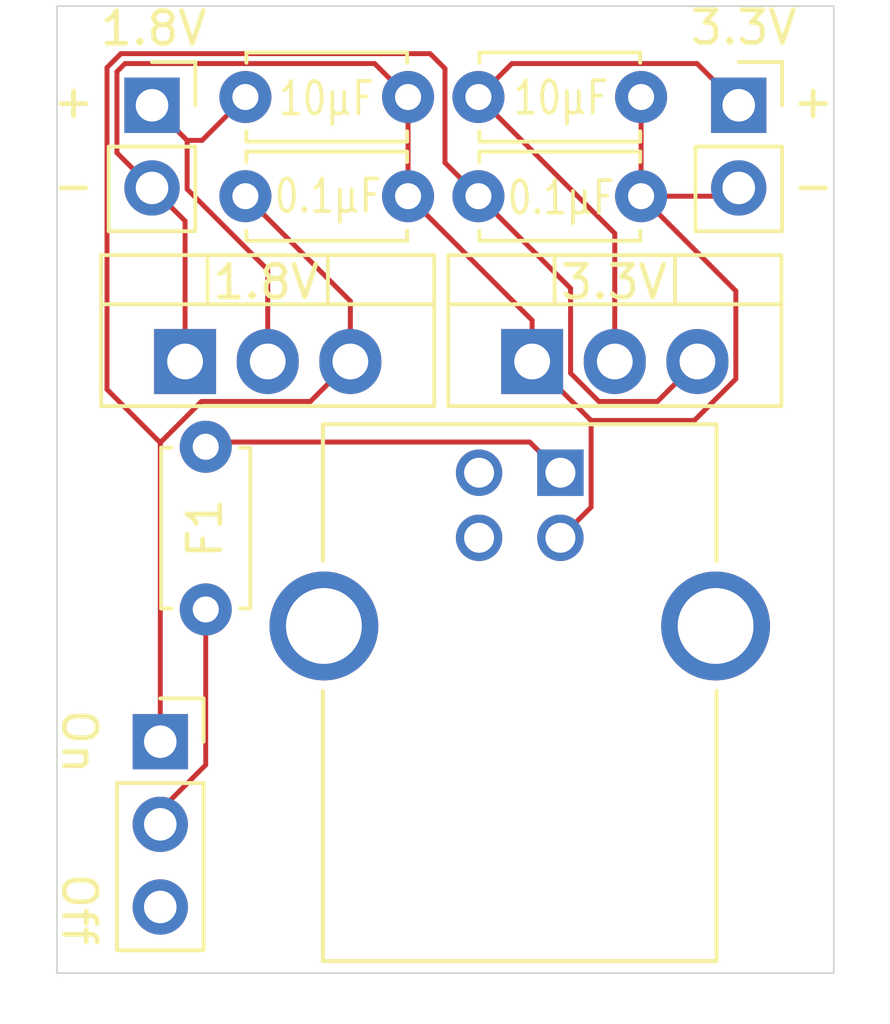
<source format=kicad_pcb>
(kicad_pcb (version 20171130) (host pcbnew 5.1.6-c6e7f7d~87~ubuntu18.04.1)

  (general
    (thickness 1.6)
    (drawings 18)
    (tracks 55)
    (zones 0)
    (modules 11)
    (nets 10)
  )

  (page A4)
  (layers
    (0 F.Cu signal)
    (31 B.Cu signal)
    (32 B.Adhes user)
    (33 F.Adhes user)
    (34 B.Paste user)
    (35 F.Paste user)
    (36 B.SilkS user)
    (37 F.SilkS user)
    (38 B.Mask user)
    (39 F.Mask user)
    (40 Dwgs.User user)
    (41 Cmts.User user)
    (42 Eco1.User user)
    (43 Eco2.User user)
    (44 Edge.Cuts user)
    (45 Margin user)
    (46 B.CrtYd user)
    (47 F.CrtYd user)
    (48 B.Fab user)
    (49 F.Fab user)
  )

  (setup
    (last_trace_width 0.1524)
    (trace_clearance 0.1524)
    (zone_clearance 0.508)
    (zone_45_only no)
    (trace_min 0.1524)
    (via_size 0.6858)
    (via_drill 0.3302)
    (via_min_size 0.6858)
    (via_min_drill 0.3302)
    (uvia_size 0.6858)
    (uvia_drill 0.3302)
    (uvias_allowed no)
    (uvia_min_size 0.6858)
    (uvia_min_drill 0.3302)
    (edge_width 0.05)
    (segment_width 0.2)
    (pcb_text_width 0.3)
    (pcb_text_size 1.5 1.5)
    (mod_edge_width 0.12)
    (mod_text_size 1 1)
    (mod_text_width 0.15)
    (pad_size 1.524 1.524)
    (pad_drill 0.762)
    (pad_to_mask_clearance 0.0508)
    (solder_mask_min_width 0.1016)
    (aux_axis_origin 0 0)
    (visible_elements FFFFFF7F)
    (pcbplotparams
      (layerselection 0x010fc_ffffffff)
      (usegerberextensions false)
      (usegerberattributes true)
      (usegerberadvancedattributes true)
      (creategerberjobfile true)
      (excludeedgelayer true)
      (linewidth 0.100000)
      (plotframeref false)
      (viasonmask false)
      (mode 1)
      (useauxorigin false)
      (hpglpennumber 1)
      (hpglpenspeed 20)
      (hpglpendiameter 15.000000)
      (psnegative false)
      (psa4output false)
      (plotreference true)
      (plotvalue true)
      (plotinvisibletext false)
      (padsonsilk false)
      (subtractmaskfromsilk false)
      (outputformat 1)
      (mirror false)
      (drillshape 1)
      (scaleselection 1)
      (outputdirectory ""))
  )

  (net 0 "")
  (net 1 GND)
  (net 2 "Net-(C1-Pad1)")
  (net 3 "Net-(C3-Pad1)")
  (net 4 "Net-(C4-Pad1)")
  (net 5 "Net-(F1-Pad2)")
  (net 6 "Net-(F1-Pad1)")
  (net 7 "Net-(J1-Pad3)")
  (net 8 "Net-(J1-Pad2)")
  (net 9 "Net-(SW1-Pad3)")

  (net_class Default "This is the default net class."
    (clearance 0.1524)
    (trace_width 0.1524)
    (via_dia 0.6858)
    (via_drill 0.3302)
    (uvia_dia 0.6858)
    (uvia_drill 0.3302)
    (add_net GND)
    (add_net "Net-(C1-Pad1)")
    (add_net "Net-(C3-Pad1)")
    (add_net "Net-(C4-Pad1)")
    (add_net "Net-(F1-Pad1)")
    (add_net "Net-(F1-Pad2)")
    (add_net "Net-(J1-Pad2)")
    (add_net "Net-(J1-Pad3)")
    (add_net "Net-(SW1-Pad3)")
  )

  (module Package_TO_SOT_THT:TO-220-3_Vertical (layer F.Cu) (tedit 5AC8BA0D) (tstamp 6062CE05)
    (at 168.529 133.858)
    (descr "TO-220-3, Vertical, RM 2.54mm, see https://www.vishay.com/docs/66542/to-220-1.pdf")
    (tags "TO-220-3 Vertical RM 2.54mm")
    (path /6065D220)
    (fp_text reference U2 (at 2.54 -2.4638) (layer F.SilkS) hide
      (effects (font (size 1 1) (thickness 0.15)))
    )
    (fp_text value LM1117-3.3 (at 2.54 2.5) (layer F.Fab)
      (effects (font (size 1 1) (thickness 0.15)))
    )
    (fp_text user %R (at 2.54 -4.27) (layer F.Fab)
      (effects (font (size 1 1) (thickness 0.15)))
    )
    (fp_line (start -2.46 -3.15) (end -2.46 1.25) (layer F.Fab) (width 0.1))
    (fp_line (start -2.46 1.25) (end 7.54 1.25) (layer F.Fab) (width 0.1))
    (fp_line (start 7.54 1.25) (end 7.54 -3.15) (layer F.Fab) (width 0.1))
    (fp_line (start 7.54 -3.15) (end -2.46 -3.15) (layer F.Fab) (width 0.1))
    (fp_line (start -2.46 -1.88) (end 7.54 -1.88) (layer F.Fab) (width 0.1))
    (fp_line (start 0.69 -3.15) (end 0.69 -1.88) (layer F.Fab) (width 0.1))
    (fp_line (start 4.39 -3.15) (end 4.39 -1.88) (layer F.Fab) (width 0.1))
    (fp_line (start -2.58 -3.27) (end 7.66 -3.27) (layer F.SilkS) (width 0.12))
    (fp_line (start -2.58 1.371) (end 7.66 1.371) (layer F.SilkS) (width 0.12))
    (fp_line (start -2.58 -3.27) (end -2.58 1.371) (layer F.SilkS) (width 0.12))
    (fp_line (start 7.66 -3.27) (end 7.66 1.371) (layer F.SilkS) (width 0.12))
    (fp_line (start -2.58 -1.76) (end 7.66 -1.76) (layer F.SilkS) (width 0.12))
    (fp_line (start 0.69 -3.27) (end 0.69 -1.76) (layer F.SilkS) (width 0.12))
    (fp_line (start 4.391 -3.27) (end 4.391 -1.76) (layer F.SilkS) (width 0.12))
    (fp_line (start -2.71 -3.4) (end -2.71 1.51) (layer F.CrtYd) (width 0.05))
    (fp_line (start -2.71 1.51) (end 7.79 1.51) (layer F.CrtYd) (width 0.05))
    (fp_line (start 7.79 1.51) (end 7.79 -3.4) (layer F.CrtYd) (width 0.05))
    (fp_line (start 7.79 -3.4) (end -2.71 -3.4) (layer F.CrtYd) (width 0.05))
    (pad 3 thru_hole oval (at 5.08 0) (size 1.905 2) (drill 1.1) (layers *.Cu *.Mask)
      (net 2 "Net-(C1-Pad1)"))
    (pad 2 thru_hole oval (at 2.54 0) (size 1.905 2) (drill 1.1) (layers *.Cu *.Mask)
      (net 4 "Net-(C4-Pad1)"))
    (pad 1 thru_hole rect (at 0 0) (size 1.905 2) (drill 1.1) (layers *.Cu *.Mask)
      (net 1 GND))
    (model ${KISYS3DMOD}/Package_TO_SOT_THT.3dshapes/TO-220-3_Vertical.wrl
      (at (xyz 0 0 0))
      (scale (xyz 1 1 1))
      (rotate (xyz 0 0 0))
    )
  )

  (module Package_TO_SOT_THT:TO-220-3_Vertical (layer F.Cu) (tedit 5AC8BA0D) (tstamp 6062CDEB)
    (at 157.861 133.858)
    (descr "TO-220-3, Vertical, RM 2.54mm, see https://www.vishay.com/docs/66542/to-220-1.pdf")
    (tags "TO-220-3 Vertical RM 2.54mm")
    (path /6065FC47)
    (fp_text reference U1 (at 2.5654 -2.4892) (layer F.SilkS) hide
      (effects (font (size 1 1) (thickness 0.15)))
    )
    (fp_text value LM1117-1.8 (at 2.54 2.5) (layer F.Fab)
      (effects (font (size 1 1) (thickness 0.15)))
    )
    (fp_text user %R (at 2.54 -4.27) (layer F.Fab)
      (effects (font (size 1 1) (thickness 0.15)))
    )
    (fp_line (start -2.46 -3.15) (end -2.46 1.25) (layer F.Fab) (width 0.1))
    (fp_line (start -2.46 1.25) (end 7.54 1.25) (layer F.Fab) (width 0.1))
    (fp_line (start 7.54 1.25) (end 7.54 -3.15) (layer F.Fab) (width 0.1))
    (fp_line (start 7.54 -3.15) (end -2.46 -3.15) (layer F.Fab) (width 0.1))
    (fp_line (start -2.46 -1.88) (end 7.54 -1.88) (layer F.Fab) (width 0.1))
    (fp_line (start 0.69 -3.15) (end 0.69 -1.88) (layer F.Fab) (width 0.1))
    (fp_line (start 4.39 -3.15) (end 4.39 -1.88) (layer F.Fab) (width 0.1))
    (fp_line (start -2.58 -3.27) (end 7.66 -3.27) (layer F.SilkS) (width 0.12))
    (fp_line (start -2.58 1.371) (end 7.66 1.371) (layer F.SilkS) (width 0.12))
    (fp_line (start -2.58 -3.27) (end -2.58 1.371) (layer F.SilkS) (width 0.12))
    (fp_line (start 7.66 -3.27) (end 7.66 1.371) (layer F.SilkS) (width 0.12))
    (fp_line (start -2.58 -1.76) (end 7.66 -1.76) (layer F.SilkS) (width 0.12))
    (fp_line (start 0.69 -3.27) (end 0.69 -1.76) (layer F.SilkS) (width 0.12))
    (fp_line (start 4.391 -3.27) (end 4.391 -1.76) (layer F.SilkS) (width 0.12))
    (fp_line (start -2.71 -3.4) (end -2.71 1.51) (layer F.CrtYd) (width 0.05))
    (fp_line (start -2.71 1.51) (end 7.79 1.51) (layer F.CrtYd) (width 0.05))
    (fp_line (start 7.79 1.51) (end 7.79 -3.4) (layer F.CrtYd) (width 0.05))
    (fp_line (start 7.79 -3.4) (end -2.71 -3.4) (layer F.CrtYd) (width 0.05))
    (pad 3 thru_hole oval (at 5.08 0) (size 1.905 2) (drill 1.1) (layers *.Cu *.Mask)
      (net 2 "Net-(C1-Pad1)"))
    (pad 2 thru_hole oval (at 2.54 0) (size 1.905 2) (drill 1.1) (layers *.Cu *.Mask)
      (net 3 "Net-(C3-Pad1)"))
    (pad 1 thru_hole rect (at 0 0) (size 1.905 2) (drill 1.1) (layers *.Cu *.Mask)
      (net 1 GND))
    (model ${KISYS3DMOD}/Package_TO_SOT_THT.3dshapes/TO-220-3_Vertical.wrl
      (at (xyz 0 0 0))
      (scale (xyz 1 1 1))
      (rotate (xyz 0 0 0))
    )
  )

  (module Connector_PinSocket_2.54mm:PinSocket_1x03_P2.54mm_Vertical (layer F.Cu) (tedit 5A19A429) (tstamp 6062DCD3)
    (at 157.099 145.542)
    (descr "Through hole straight socket strip, 1x03, 2.54mm pitch, single row (from Kicad 4.0.7), script generated")
    (tags "Through hole socket strip THT 1x03 2.54mm single row")
    (path /6063E64E)
    (fp_text reference SW1 (at 0 -2.77) (layer F.SilkS) hide
      (effects (font (size 1 1) (thickness 0.15)))
    )
    (fp_text value SW_SPDT (at 0 7.85) (layer F.Fab)
      (effects (font (size 1 1) (thickness 0.15)))
    )
    (fp_text user %R (at 0 2.54 90) (layer F.Fab)
      (effects (font (size 1 1) (thickness 0.15)))
    )
    (fp_line (start -1.27 -1.27) (end 0.635 -1.27) (layer F.Fab) (width 0.1))
    (fp_line (start 0.635 -1.27) (end 1.27 -0.635) (layer F.Fab) (width 0.1))
    (fp_line (start 1.27 -0.635) (end 1.27 6.35) (layer F.Fab) (width 0.1))
    (fp_line (start 1.27 6.35) (end -1.27 6.35) (layer F.Fab) (width 0.1))
    (fp_line (start -1.27 6.35) (end -1.27 -1.27) (layer F.Fab) (width 0.1))
    (fp_line (start -1.33 1.27) (end 1.33 1.27) (layer F.SilkS) (width 0.12))
    (fp_line (start -1.33 1.27) (end -1.33 6.41) (layer F.SilkS) (width 0.12))
    (fp_line (start -1.33 6.41) (end 1.33 6.41) (layer F.SilkS) (width 0.12))
    (fp_line (start 1.33 1.27) (end 1.33 6.41) (layer F.SilkS) (width 0.12))
    (fp_line (start 1.33 -1.33) (end 1.33 0) (layer F.SilkS) (width 0.12))
    (fp_line (start 0 -1.33) (end 1.33 -1.33) (layer F.SilkS) (width 0.12))
    (fp_line (start -1.8 -1.8) (end 1.75 -1.8) (layer F.CrtYd) (width 0.05))
    (fp_line (start 1.75 -1.8) (end 1.75 6.85) (layer F.CrtYd) (width 0.05))
    (fp_line (start 1.75 6.85) (end -1.8 6.85) (layer F.CrtYd) (width 0.05))
    (fp_line (start -1.8 6.85) (end -1.8 -1.8) (layer F.CrtYd) (width 0.05))
    (pad 3 thru_hole oval (at 0 5.08) (size 1.7 1.7) (drill 1) (layers *.Cu *.Mask)
      (net 9 "Net-(SW1-Pad3)"))
    (pad 2 thru_hole oval (at 0 2.54) (size 1.7 1.7) (drill 1) (layers *.Cu *.Mask)
      (net 6 "Net-(F1-Pad1)"))
    (pad 1 thru_hole rect (at 0 0) (size 1.7 1.7) (drill 1) (layers *.Cu *.Mask)
      (net 2 "Net-(C1-Pad1)"))
    (model ${KISYS3DMOD}/Connector_PinSocket_2.54mm.3dshapes/PinSocket_1x03_P2.54mm_Vertical.wrl
      (at (xyz 0 0 0))
      (scale (xyz 1 1 1))
      (rotate (xyz 0 0 0))
    )
  )

  (module Connector_PinSocket_2.54mm:PinSocket_1x02_P2.54mm_Vertical (layer F.Cu) (tedit 5A19A420) (tstamp 6062CDBA)
    (at 174.879 125.984)
    (descr "Through hole straight socket strip, 1x02, 2.54mm pitch, single row (from Kicad 4.0.7), script generated")
    (tags "Through hole socket strip THT 1x02 2.54mm single row")
    (path /6063B538)
    (fp_text reference J3 (at 0 -2.77) (layer F.SilkS) hide
      (effects (font (size 1 1) (thickness 0.15)))
    )
    (fp_text value Conn_01x02 (at 0 5.31) (layer F.Fab)
      (effects (font (size 1 1) (thickness 0.15)))
    )
    (fp_text user %R (at 0 1.27 90) (layer F.Fab)
      (effects (font (size 1 1) (thickness 0.15)))
    )
    (fp_line (start -1.27 -1.27) (end 0.635 -1.27) (layer F.Fab) (width 0.1))
    (fp_line (start 0.635 -1.27) (end 1.27 -0.635) (layer F.Fab) (width 0.1))
    (fp_line (start 1.27 -0.635) (end 1.27 3.81) (layer F.Fab) (width 0.1))
    (fp_line (start 1.27 3.81) (end -1.27 3.81) (layer F.Fab) (width 0.1))
    (fp_line (start -1.27 3.81) (end -1.27 -1.27) (layer F.Fab) (width 0.1))
    (fp_line (start -1.33 1.27) (end 1.33 1.27) (layer F.SilkS) (width 0.12))
    (fp_line (start -1.33 1.27) (end -1.33 3.87) (layer F.SilkS) (width 0.12))
    (fp_line (start -1.33 3.87) (end 1.33 3.87) (layer F.SilkS) (width 0.12))
    (fp_line (start 1.33 1.27) (end 1.33 3.87) (layer F.SilkS) (width 0.12))
    (fp_line (start 1.33 -1.33) (end 1.33 0) (layer F.SilkS) (width 0.12))
    (fp_line (start 0 -1.33) (end 1.33 -1.33) (layer F.SilkS) (width 0.12))
    (fp_line (start -1.8 -1.8) (end 1.75 -1.8) (layer F.CrtYd) (width 0.05))
    (fp_line (start 1.75 -1.8) (end 1.75 4.3) (layer F.CrtYd) (width 0.05))
    (fp_line (start 1.75 4.3) (end -1.8 4.3) (layer F.CrtYd) (width 0.05))
    (fp_line (start -1.8 4.3) (end -1.8 -1.8) (layer F.CrtYd) (width 0.05))
    (pad 2 thru_hole oval (at 0 2.54) (size 1.7 1.7) (drill 1) (layers *.Cu *.Mask)
      (net 1 GND))
    (pad 1 thru_hole rect (at 0 0) (size 1.7 1.7) (drill 1) (layers *.Cu *.Mask)
      (net 4 "Net-(C4-Pad1)"))
    (model ${KISYS3DMOD}/Connector_PinSocket_2.54mm.3dshapes/PinSocket_1x02_P2.54mm_Vertical.wrl
      (at (xyz 0 0 0))
      (scale (xyz 1 1 1))
      (rotate (xyz 0 0 0))
    )
  )

  (module Connector_PinSocket_2.54mm:PinSocket_1x02_P2.54mm_Vertical (layer F.Cu) (tedit 5A19A420) (tstamp 6062D434)
    (at 156.845 125.984)
    (descr "Through hole straight socket strip, 1x02, 2.54mm pitch, single row (from Kicad 4.0.7), script generated")
    (tags "Through hole socket strip THT 1x02 2.54mm single row")
    (path /6066938B)
    (fp_text reference J2 (at 0 -2.77) (layer F.SilkS) hide
      (effects (font (size 1 1) (thickness 0.15)))
    )
    (fp_text value Conn_01x02 (at 0 5.31) (layer F.Fab)
      (effects (font (size 1 1) (thickness 0.15)))
    )
    (fp_text user %R (at 0 1.27 90) (layer F.Fab)
      (effects (font (size 1 1) (thickness 0.15)))
    )
    (fp_line (start -1.27 -1.27) (end 0.635 -1.27) (layer F.Fab) (width 0.1))
    (fp_line (start 0.635 -1.27) (end 1.27 -0.635) (layer F.Fab) (width 0.1))
    (fp_line (start 1.27 -0.635) (end 1.27 3.81) (layer F.Fab) (width 0.1))
    (fp_line (start 1.27 3.81) (end -1.27 3.81) (layer F.Fab) (width 0.1))
    (fp_line (start -1.27 3.81) (end -1.27 -1.27) (layer F.Fab) (width 0.1))
    (fp_line (start -1.33 1.27) (end 1.33 1.27) (layer F.SilkS) (width 0.12))
    (fp_line (start -1.33 1.27) (end -1.33 3.87) (layer F.SilkS) (width 0.12))
    (fp_line (start -1.33 3.87) (end 1.33 3.87) (layer F.SilkS) (width 0.12))
    (fp_line (start 1.33 1.27) (end 1.33 3.87) (layer F.SilkS) (width 0.12))
    (fp_line (start 1.33 -1.33) (end 1.33 0) (layer F.SilkS) (width 0.12))
    (fp_line (start 0 -1.33) (end 1.33 -1.33) (layer F.SilkS) (width 0.12))
    (fp_line (start -1.8 -1.8) (end 1.75 -1.8) (layer F.CrtYd) (width 0.05))
    (fp_line (start 1.75 -1.8) (end 1.75 4.3) (layer F.CrtYd) (width 0.05))
    (fp_line (start 1.75 4.3) (end -1.8 4.3) (layer F.CrtYd) (width 0.05))
    (fp_line (start -1.8 4.3) (end -1.8 -1.8) (layer F.CrtYd) (width 0.05))
    (pad 2 thru_hole oval (at 0 2.54) (size 1.7 1.7) (drill 1) (layers *.Cu *.Mask)
      (net 1 GND))
    (pad 1 thru_hole rect (at 0 0) (size 1.7 1.7) (drill 1) (layers *.Cu *.Mask)
      (net 3 "Net-(C3-Pad1)"))
    (model ${KISYS3DMOD}/Connector_PinSocket_2.54mm.3dshapes/PinSocket_1x02_P2.54mm_Vertical.wrl
      (at (xyz 0 0 0))
      (scale (xyz 1 1 1))
      (rotate (xyz 0 0 0))
    )
  )

  (module USB-B1HSB6:OST_USB-B1HSB6 (layer F.Cu) (tedit 6062675A) (tstamp 6062CD8E)
    (at 168.148 141.986)
    (path /60625DCD)
    (fp_text reference J1 (at -8.638335 7.327875 180) (layer F.SilkS) hide
      (effects (font (size 1.000386 1.000386) (thickness 0.015)))
    )
    (fp_text value USB_A (at 8.72573 1.61198 180) (layer F.Fab)
      (effects (font (size 1.001228 1.001228) (thickness 0.015)))
    )
    (fp_line (start -8 -6.5) (end 8 -6.5) (layer F.CrtYd) (width 0.05))
    (fp_line (start 8 -6.5) (end 8 10.5) (layer F.CrtYd) (width 0.05))
    (fp_line (start 8 10.5) (end -8 10.5) (layer F.CrtYd) (width 0.05))
    (fp_line (start -8 10.5) (end -8 -6.5) (layer F.CrtYd) (width 0.05))
    (fp_line (start -6.05 -6.2) (end 6.05 -6.2) (layer F.SilkS) (width 0.127))
    (fp_line (start 6.05 -6.2) (end 6.05 -2) (layer F.SilkS) (width 0.127))
    (fp_line (start 6.05 2) (end 6.05 10.3) (layer F.SilkS) (width 0.127))
    (fp_line (start 6.05 10.3) (end -6.05 10.3) (layer F.SilkS) (width 0.127))
    (fp_line (start -6.05 10.3) (end -6.05 2) (layer F.SilkS) (width 0.127))
    (fp_line (start -6.05 -2) (end -6.05 -6.2) (layer F.SilkS) (width 0.127))
    (pad P2 thru_hole circle (at 6.02 0) (size 3.346 3.346) (drill 2.33) (layers *.Cu *.Mask))
    (pad P1 thru_hole circle (at -6.02 0) (size 3.346 3.346) (drill 2.33) (layers *.Cu *.Mask))
    (pad 4 thru_hole circle (at 1.25 -2.71) (size 1.428 1.428) (drill 0.92) (layers *.Cu *.Mask)
      (net 1 GND))
    (pad 3 thru_hole circle (at -1.25 -2.71) (size 1.428 1.428) (drill 0.92) (layers *.Cu *.Mask)
      (net 7 "Net-(J1-Pad3)"))
    (pad 2 thru_hole circle (at -1.25 -4.71) (size 1.428 1.428) (drill 0.92) (layers *.Cu *.Mask)
      (net 8 "Net-(J1-Pad2)"))
    (pad 1 thru_hole rect (at 1.25 -4.71) (size 1.428 1.428) (drill 0.92) (layers *.Cu *.Mask)
      (net 5 "Net-(F1-Pad2)"))
  )

  (module Capacitor_THT:C_Disc_D4.7mm_W2.5mm_P5.00mm (layer F.Cu) (tedit 5AE50EF0) (tstamp 6062DC29)
    (at 158.496 141.478 90)
    (descr "C, Disc series, Radial, pin pitch=5.00mm, , diameter*width=4.7*2.5mm^2, Capacitor, http://www.vishay.com/docs/45233/krseries.pdf")
    (tags "C Disc series Radial pin pitch 5.00mm  diameter 4.7mm width 2.5mm Capacitor")
    (path /6064ABA7)
    (fp_text reference F1 (at 2.5 -0.0254 90) (layer F.SilkS)
      (effects (font (size 1 1) (thickness 0.15)))
    )
    (fp_text value Polyfuse (at 2.5 2.5 90) (layer F.Fab)
      (effects (font (size 1 1) (thickness 0.15)))
    )
    (fp_text user %R (at 2.5 0 90) (layer F.Fab)
      (effects (font (size 0.94 0.94) (thickness 0.141)))
    )
    (fp_line (start 0.15 -1.25) (end 0.15 1.25) (layer F.Fab) (width 0.1))
    (fp_line (start 0.15 1.25) (end 4.85 1.25) (layer F.Fab) (width 0.1))
    (fp_line (start 4.85 1.25) (end 4.85 -1.25) (layer F.Fab) (width 0.1))
    (fp_line (start 4.85 -1.25) (end 0.15 -1.25) (layer F.Fab) (width 0.1))
    (fp_line (start 0.03 -1.37) (end 4.97 -1.37) (layer F.SilkS) (width 0.12))
    (fp_line (start 0.03 1.37) (end 4.97 1.37) (layer F.SilkS) (width 0.12))
    (fp_line (start 0.03 -1.37) (end 0.03 -1.055) (layer F.SilkS) (width 0.12))
    (fp_line (start 0.03 1.055) (end 0.03 1.37) (layer F.SilkS) (width 0.12))
    (fp_line (start 4.97 -1.37) (end 4.97 -1.055) (layer F.SilkS) (width 0.12))
    (fp_line (start 4.97 1.055) (end 4.97 1.37) (layer F.SilkS) (width 0.12))
    (fp_line (start -1.05 -1.5) (end -1.05 1.5) (layer F.CrtYd) (width 0.05))
    (fp_line (start -1.05 1.5) (end 6.05 1.5) (layer F.CrtYd) (width 0.05))
    (fp_line (start 6.05 1.5) (end 6.05 -1.5) (layer F.CrtYd) (width 0.05))
    (fp_line (start 6.05 -1.5) (end -1.05 -1.5) (layer F.CrtYd) (width 0.05))
    (pad 2 thru_hole circle (at 5 0 90) (size 1.6 1.6) (drill 0.8) (layers *.Cu *.Mask)
      (net 5 "Net-(F1-Pad2)"))
    (pad 1 thru_hole circle (at 0 0 90) (size 1.6 1.6) (drill 0.8) (layers *.Cu *.Mask)
      (net 6 "Net-(F1-Pad1)"))
    (model ${KISYS3DMOD}/Capacitor_THT.3dshapes/C_Disc_D4.7mm_W2.5mm_P5.00mm.wrl
      (at (xyz 0 0 0))
      (scale (xyz 1 1 1))
      (rotate (xyz 0 0 0))
    )
  )

  (module Capacitor_THT:C_Disc_D4.7mm_W2.5mm_P5.00mm (layer F.Cu) (tedit 5AE50EF0) (tstamp 6062CD65)
    (at 166.878 125.73)
    (descr "C, Disc series, Radial, pin pitch=5.00mm, , diameter*width=4.7*2.5mm^2, Capacitor, http://www.vishay.com/docs/45233/krseries.pdf")
    (tags "C Disc series Radial pin pitch 5.00mm  diameter 4.7mm width 2.5mm Capacitor")
    (path /6062BE6D)
    (fp_text reference C4 (at 2.4892 0) (layer F.SilkS) hide
      (effects (font (size 1 1) (thickness 0.15)))
    )
    (fp_text value C (at 2.5 2.5) (layer F.Fab)
      (effects (font (size 1 1) (thickness 0.15)))
    )
    (fp_text user %R (at 2.5 0) (layer F.Fab)
      (effects (font (size 0.94 0.94) (thickness 0.141)))
    )
    (fp_line (start 0.15 -1.25) (end 0.15 1.25) (layer F.Fab) (width 0.1))
    (fp_line (start 0.15 1.25) (end 4.85 1.25) (layer F.Fab) (width 0.1))
    (fp_line (start 4.85 1.25) (end 4.85 -1.25) (layer F.Fab) (width 0.1))
    (fp_line (start 4.85 -1.25) (end 0.15 -1.25) (layer F.Fab) (width 0.1))
    (fp_line (start 0.03 -1.37) (end 4.97 -1.37) (layer F.SilkS) (width 0.12))
    (fp_line (start 0.03 1.37) (end 4.97 1.37) (layer F.SilkS) (width 0.12))
    (fp_line (start 0.03 -1.37) (end 0.03 -1.055) (layer F.SilkS) (width 0.12))
    (fp_line (start 0.03 1.055) (end 0.03 1.37) (layer F.SilkS) (width 0.12))
    (fp_line (start 4.97 -1.37) (end 4.97 -1.055) (layer F.SilkS) (width 0.12))
    (fp_line (start 4.97 1.055) (end 4.97 1.37) (layer F.SilkS) (width 0.12))
    (fp_line (start -1.05 -1.5) (end -1.05 1.5) (layer F.CrtYd) (width 0.05))
    (fp_line (start -1.05 1.5) (end 6.05 1.5) (layer F.CrtYd) (width 0.05))
    (fp_line (start 6.05 1.5) (end 6.05 -1.5) (layer F.CrtYd) (width 0.05))
    (fp_line (start 6.05 -1.5) (end -1.05 -1.5) (layer F.CrtYd) (width 0.05))
    (pad 2 thru_hole circle (at 5 0) (size 1.6 1.6) (drill 0.8) (layers *.Cu *.Mask)
      (net 1 GND))
    (pad 1 thru_hole circle (at 0 0) (size 1.6 1.6) (drill 0.8) (layers *.Cu *.Mask)
      (net 4 "Net-(C4-Pad1)"))
    (model ${KISYS3DMOD}/Capacitor_THT.3dshapes/C_Disc_D4.7mm_W2.5mm_P5.00mm.wrl
      (at (xyz 0 0 0))
      (scale (xyz 1 1 1))
      (rotate (xyz 0 0 0))
    )
  )

  (module Capacitor_THT:C_Disc_D4.7mm_W2.5mm_P5.00mm (layer F.Cu) (tedit 5AE50EF0) (tstamp 6062E43B)
    (at 159.7152 125.73)
    (descr "C, Disc series, Radial, pin pitch=5.00mm, , diameter*width=4.7*2.5mm^2, Capacitor, http://www.vishay.com/docs/45233/krseries.pdf")
    (tags "C Disc series Radial pin pitch 5.00mm  diameter 4.7mm width 2.5mm Capacitor")
    (path /6066248E)
    (fp_text reference C3 (at 2.5146 0) (layer F.SilkS) hide
      (effects (font (size 1 1) (thickness 0.15)))
    )
    (fp_text value C (at 2.5 2.5) (layer F.Fab)
      (effects (font (size 1 1) (thickness 0.15)))
    )
    (fp_line (start 6.05 -1.5) (end -1.05 -1.5) (layer F.CrtYd) (width 0.05))
    (fp_line (start 6.05 1.5) (end 6.05 -1.5) (layer F.CrtYd) (width 0.05))
    (fp_line (start -1.05 1.5) (end 6.05 1.5) (layer F.CrtYd) (width 0.05))
    (fp_line (start -1.05 -1.5) (end -1.05 1.5) (layer F.CrtYd) (width 0.05))
    (fp_line (start 4.97 1.055) (end 4.97 1.37) (layer F.SilkS) (width 0.12))
    (fp_line (start 4.97 -1.37) (end 4.97 -1.055) (layer F.SilkS) (width 0.12))
    (fp_line (start 0.03 1.055) (end 0.03 1.37) (layer F.SilkS) (width 0.12))
    (fp_line (start 0.03 -1.37) (end 0.03 -1.055) (layer F.SilkS) (width 0.12))
    (fp_line (start 0.03 1.37) (end 4.97 1.37) (layer F.SilkS) (width 0.12))
    (fp_line (start 0.03 -1.37) (end 4.97 -1.37) (layer F.SilkS) (width 0.12))
    (fp_line (start 4.85 -1.25) (end 0.15 -1.25) (layer F.Fab) (width 0.1))
    (fp_line (start 4.85 1.25) (end 4.85 -1.25) (layer F.Fab) (width 0.1))
    (fp_line (start 0.15 1.25) (end 4.85 1.25) (layer F.Fab) (width 0.1))
    (fp_line (start 0.15 -1.25) (end 0.15 1.25) (layer F.Fab) (width 0.1))
    (fp_text user %R (at 2.5 0) (layer F.Fab)
      (effects (font (size 0.94 0.94) (thickness 0.141)))
    )
    (pad 1 thru_hole circle (at 0 0) (size 1.6 1.6) (drill 0.8) (layers *.Cu *.Mask)
      (net 3 "Net-(C3-Pad1)"))
    (pad 2 thru_hole circle (at 5 0) (size 1.6 1.6) (drill 0.8) (layers *.Cu *.Mask)
      (net 1 GND))
    (model ${KISYS3DMOD}/Capacitor_THT.3dshapes/C_Disc_D4.7mm_W2.5mm_P5.00mm.wrl
      (at (xyz 0 0 0))
      (scale (xyz 1 1 1))
      (rotate (xyz 0 0 0))
    )
  )

  (module Capacitor_THT:C_Disc_D4.7mm_W2.5mm_P5.00mm (layer F.Cu) (tedit 5AE50EF0) (tstamp 6062DF1A)
    (at 166.878 128.778)
    (descr "C, Disc series, Radial, pin pitch=5.00mm, , diameter*width=4.7*2.5mm^2, Capacitor, http://www.vishay.com/docs/45233/krseries.pdf")
    (tags "C Disc series Radial pin pitch 5.00mm  diameter 4.7mm width 2.5mm Capacitor")
    (path /6062A3B1)
    (fp_text reference C2 (at 2.5 0) (layer F.SilkS) hide
      (effects (font (size 1 1) (thickness 0.15)))
    )
    (fp_text value C (at 2.5 2.5) (layer F.Fab)
      (effects (font (size 1 1) (thickness 0.15)))
    )
    (fp_text user %R (at 2.5 0) (layer F.Fab)
      (effects (font (size 0.94 0.94) (thickness 0.141)))
    )
    (fp_line (start 0.15 -1.25) (end 0.15 1.25) (layer F.Fab) (width 0.1))
    (fp_line (start 0.15 1.25) (end 4.85 1.25) (layer F.Fab) (width 0.1))
    (fp_line (start 4.85 1.25) (end 4.85 -1.25) (layer F.Fab) (width 0.1))
    (fp_line (start 4.85 -1.25) (end 0.15 -1.25) (layer F.Fab) (width 0.1))
    (fp_line (start 0.03 -1.37) (end 4.97 -1.37) (layer F.SilkS) (width 0.12))
    (fp_line (start 0.03 1.37) (end 4.97 1.37) (layer F.SilkS) (width 0.12))
    (fp_line (start 0.03 -1.37) (end 0.03 -1.055) (layer F.SilkS) (width 0.12))
    (fp_line (start 0.03 1.055) (end 0.03 1.37) (layer F.SilkS) (width 0.12))
    (fp_line (start 4.97 -1.37) (end 4.97 -1.055) (layer F.SilkS) (width 0.12))
    (fp_line (start 4.97 1.055) (end 4.97 1.37) (layer F.SilkS) (width 0.12))
    (fp_line (start -1.05 -1.5) (end -1.05 1.5) (layer F.CrtYd) (width 0.05))
    (fp_line (start -1.05 1.5) (end 6.05 1.5) (layer F.CrtYd) (width 0.05))
    (fp_line (start 6.05 1.5) (end 6.05 -1.5) (layer F.CrtYd) (width 0.05))
    (fp_line (start 6.05 -1.5) (end -1.05 -1.5) (layer F.CrtYd) (width 0.05))
    (pad 2 thru_hole circle (at 5 0) (size 1.6 1.6) (drill 0.8) (layers *.Cu *.Mask)
      (net 1 GND))
    (pad 1 thru_hole circle (at 0 0) (size 1.6 1.6) (drill 0.8) (layers *.Cu *.Mask)
      (net 2 "Net-(C1-Pad1)"))
    (model ${KISYS3DMOD}/Capacitor_THT.3dshapes/C_Disc_D4.7mm_W2.5mm_P5.00mm.wrl
      (at (xyz 0 0 0))
      (scale (xyz 1 1 1))
      (rotate (xyz 0 0 0))
    )
  )

  (module Capacitor_THT:C_Disc_D4.7mm_W2.5mm_P5.00mm (layer F.Cu) (tedit 5AE50EF0) (tstamp 6062CD26)
    (at 159.7152 128.778)
    (descr "C, Disc series, Radial, pin pitch=5.00mm, , diameter*width=4.7*2.5mm^2, Capacitor, http://www.vishay.com/docs/45233/krseries.pdf")
    (tags "C Disc series Radial pin pitch 5.00mm  diameter 4.7mm width 2.5mm Capacitor")
    (path /606618D1)
    (fp_text reference C1 (at 2.4892 -0.0254) (layer F.SilkS) hide
      (effects (font (size 1 1) (thickness 0.15)))
    )
    (fp_text value C (at 2.5 2.5) (layer F.Fab)
      (effects (font (size 1 1) (thickness 0.15)))
    )
    (fp_line (start 6.05 -1.5) (end -1.05 -1.5) (layer F.CrtYd) (width 0.05))
    (fp_line (start 6.05 1.5) (end 6.05 -1.5) (layer F.CrtYd) (width 0.05))
    (fp_line (start -1.05 1.5) (end 6.05 1.5) (layer F.CrtYd) (width 0.05))
    (fp_line (start -1.05 -1.5) (end -1.05 1.5) (layer F.CrtYd) (width 0.05))
    (fp_line (start 4.97 1.055) (end 4.97 1.37) (layer F.SilkS) (width 0.12))
    (fp_line (start 4.97 -1.37) (end 4.97 -1.055) (layer F.SilkS) (width 0.12))
    (fp_line (start 0.03 1.055) (end 0.03 1.37) (layer F.SilkS) (width 0.12))
    (fp_line (start 0.03 -1.37) (end 0.03 -1.055) (layer F.SilkS) (width 0.12))
    (fp_line (start 0.03 1.37) (end 4.97 1.37) (layer F.SilkS) (width 0.12))
    (fp_line (start 0.03 -1.37) (end 4.97 -1.37) (layer F.SilkS) (width 0.12))
    (fp_line (start 4.85 -1.25) (end 0.15 -1.25) (layer F.Fab) (width 0.1))
    (fp_line (start 4.85 1.25) (end 4.85 -1.25) (layer F.Fab) (width 0.1))
    (fp_line (start 0.15 1.25) (end 4.85 1.25) (layer F.Fab) (width 0.1))
    (fp_line (start 0.15 -1.25) (end 0.15 1.25) (layer F.Fab) (width 0.1))
    (fp_text user %R (at 2.5 0) (layer F.Fab)
      (effects (font (size 0.94 0.94) (thickness 0.141)))
    )
    (pad 1 thru_hole circle (at 0 0) (size 1.6 1.6) (drill 0.8) (layers *.Cu *.Mask)
      (net 2 "Net-(C1-Pad1)"))
    (pad 2 thru_hole circle (at 5 0) (size 1.6 1.6) (drill 0.8) (layers *.Cu *.Mask)
      (net 1 GND))
    (model ${KISYS3DMOD}/Capacitor_THT.3dshapes/C_Disc_D4.7mm_W2.5mm_P5.00mm.wrl
      (at (xyz 0 0 0))
      (scale (xyz 1 1 1))
      (rotate (xyz 0 0 0))
    )
  )

  (gr_line (start 177.8 122.936) (end 153.924 122.936) (layer Edge.Cuts) (width 0.05) (tstamp 6062EB1B))
  (gr_line (start 177.8 152.654) (end 177.8 122.936) (layer Edge.Cuts) (width 0.05))
  (gr_line (start 153.924 152.654) (end 177.8 152.654) (layer Edge.Cuts) (width 0.05))
  (gr_line (start 153.924 122.936) (end 153.924 152.654) (layer Edge.Cuts) (width 0.05))
  (gr_text Off (at 154.6098 150.6982 270) (layer F.SilkS)
    (effects (font (size 1 1) (thickness 0.15)))
  )
  (gr_text 3.3V (at 171.0436 131.4196) (layer F.SilkS) (tstamp 6062EA53)
    (effects (font (size 1 1) (thickness 0.15)))
  )
  (gr_text 1.8V (at 160.3502 131.4196) (layer F.SilkS) (tstamp 6062E997)
    (effects (font (size 1 1) (thickness 0.15)))
  )
  (gr_text 10μF (at 169.418 125.7554) (layer F.SilkS) (tstamp 6062E937)
    (effects (font (size 1 0.762) (thickness 0.1143)))
  )
  (gr_text 10μF (at 162.2044 125.7808) (layer F.SilkS)
    (effects (font (size 1 0.762) (thickness 0.1143)))
  )
  (gr_text 0.1μF (at 169.418 128.8288) (layer F.SilkS) (tstamp 6062E91F)
    (effects (font (size 1 0.762) (thickness 0.1143)))
  )
  (gr_text 0.1μF (at 162.2552 128.778) (layer F.SilkS)
    (effects (font (size 1 0.762) (thickness 0.1143)))
  )
  (gr_text + (at 177.165 125.857) (layer F.SilkS) (tstamp 6062E7DD)
    (effects (font (size 1 1) (thickness 0.15)))
  )
  (gr_text - (at 177.165 128.4478) (layer F.SilkS) (tstamp 6062E7DC)
    (effects (font (size 1 1) (thickness 0.15)))
  )
  (gr_text - (at 154.432 128.4478) (layer F.SilkS)
    (effects (font (size 1 1) (thickness 0.15)))
  )
  (gr_text + (at 154.432 125.857) (layer F.SilkS)
    (effects (font (size 1 1) (thickness 0.15)))
  )
  (gr_text 3.3V (at 175.0314 123.5964) (layer F.SilkS)
    (effects (font (size 1 1) (thickness 0.15)))
  )
  (gr_text 1.8V (at 156.8958 123.6218) (layer F.SilkS)
    (effects (font (size 1 1) (thickness 0.15)))
  )
  (gr_text On (at 154.6098 145.542 270) (layer F.SilkS)
    (effects (font (size 1 1) (thickness 0.15)))
  )

  (segment (start 170.340601 135.669601) (end 168.529 133.858) (width 0.1524) (layer F.Cu) (net 1))
  (segment (start 170.340601 138.333399) (end 170.340601 135.669601) (width 0.1524) (layer F.Cu) (net 1))
  (segment (start 169.398 139.276) (end 170.340601 138.333399) (width 0.1524) (layer F.Cu) (net 1))
  (segment (start 157.861 129.54) (end 156.845 128.524) (width 0.1524) (layer F.Cu) (net 1))
  (segment (start 157.861 133.858) (end 157.861 129.54) (width 0.1524) (layer F.Cu) (net 1))
  (segment (start 174.625 128.778) (end 174.879 128.524) (width 0.1524) (layer F.Cu) (net 1))
  (segment (start 171.878 128.778) (end 174.625 128.778) (width 0.1524) (layer F.Cu) (net 1))
  (segment (start 171.878 128.778) (end 171.878 125.73) (width 0.1524) (layer F.Cu) (net 1))
  (segment (start 173.51524 135.669601) (end 170.340601 135.669601) (width 0.1524) (layer F.Cu) (net 1))
  (segment (start 174.79011 134.394731) (end 173.51524 135.669601) (width 0.1524) (layer F.Cu) (net 1))
  (segment (start 174.79011 131.69011) (end 174.79011 134.394731) (width 0.1524) (layer F.Cu) (net 1))
  (segment (start 171.878 128.778) (end 174.79011 131.69011) (width 0.1524) (layer F.Cu) (net 1))
  (segment (start 163.686599 124.701399) (end 164.7152 125.73) (width 0.1524) (layer F.Cu) (net 1))
  (segment (start 155.766399 124.951119) (end 156.016119 124.701399) (width 0.1524) (layer F.Cu) (net 1))
  (segment (start 156.016119 124.701399) (end 163.686599 124.701399) (width 0.1524) (layer F.Cu) (net 1))
  (segment (start 155.766399 127.445399) (end 155.766399 124.951119) (width 0.1524) (layer F.Cu) (net 1))
  (segment (start 156.845 128.524) (end 155.766399 127.445399) (width 0.1524) (layer F.Cu) (net 1))
  (segment (start 168.529 132.5918) (end 164.7152 128.778) (width 0.1524) (layer F.Cu) (net 1))
  (segment (start 168.529 133.858) (end 168.529 132.5918) (width 0.1524) (layer F.Cu) (net 1))
  (segment (start 164.7152 128.778) (end 164.7152 125.73) (width 0.1524) (layer F.Cu) (net 1))
  (segment (start 161.712399 135.086601) (end 162.941 133.858) (width 0.1524) (layer F.Cu) (net 2))
  (segment (start 158.365069 135.086601) (end 161.712399 135.086601) (width 0.1524) (layer F.Cu) (net 2))
  (segment (start 157.099 136.35267) (end 158.365069 135.086601) (width 0.1524) (layer F.Cu) (net 2))
  (segment (start 157.099 145.542) (end 157.099 136.35267) (width 0.1524) (layer F.Cu) (net 2))
  (segment (start 169.710101 131.610101) (end 166.878 128.778) (width 0.1524) (layer F.Cu) (net 2))
  (segment (start 170.579769 135.08661) (end 169.710101 134.216942) (width 0.1524) (layer F.Cu) (net 2))
  (segment (start 172.38039 135.08661) (end 170.579769 135.08661) (width 0.1524) (layer F.Cu) (net 2))
  (segment (start 169.710101 134.216942) (end 169.710101 131.610101) (width 0.1524) (layer F.Cu) (net 2))
  (segment (start 173.609 133.858) (end 172.38039 135.08661) (width 0.1524) (layer F.Cu) (net 2))
  (segment (start 162.941 132.0038) (end 159.7152 128.778) (width 0.1524) (layer F.Cu) (net 2))
  (segment (start 162.941 133.858) (end 162.941 132.0038) (width 0.1524) (layer F.Cu) (net 2))
  (segment (start 155.461589 134.715259) (end 157.099 136.35267) (width 0.1524) (layer F.Cu) (net 2))
  (segment (start 155.889862 124.39659) (end 155.461589 124.824863) (width 0.1524) (layer F.Cu) (net 2))
  (segment (start 165.392189 124.396589) (end 155.889862 124.39659) (width 0.1524) (layer F.Cu) (net 2))
  (segment (start 165.849399 124.853799) (end 165.392189 124.396589) (width 0.1524) (layer F.Cu) (net 2))
  (segment (start 155.461589 124.824863) (end 155.461589 134.715259) (width 0.1524) (layer F.Cu) (net 2))
  (segment (start 165.849399 127.749399) (end 165.849399 124.853799) (width 0.1524) (layer F.Cu) (net 2))
  (segment (start 166.878 128.778) (end 165.849399 127.749399) (width 0.1524) (layer F.Cu) (net 2))
  (segment (start 157.923601 127.062601) (end 156.845 125.984) (width 0.1524) (layer F.Cu) (net 3))
  (segment (start 157.923601 128.561201) (end 157.923601 127.062601) (width 0.1524) (layer F.Cu) (net 3))
  (segment (start 160.401 131.0386) (end 157.923601 128.561201) (width 0.1524) (layer F.Cu) (net 3))
  (segment (start 160.401 133.858) (end 160.401 131.0386) (width 0.1524) (layer F.Cu) (net 3))
  (segment (start 158.382599 127.062601) (end 157.923601 127.062601) (width 0.1524) (layer F.Cu) (net 3))
  (segment (start 159.7152 125.73) (end 158.382599 127.062601) (width 0.1524) (layer F.Cu) (net 3))
  (segment (start 173.596399 124.701399) (end 174.879 125.984) (width 0.1524) (layer F.Cu) (net 4))
  (segment (start 167.906601 124.701399) (end 173.596399 124.701399) (width 0.1524) (layer F.Cu) (net 4))
  (segment (start 166.878 125.73) (end 167.906601 124.701399) (width 0.1524) (layer F.Cu) (net 4))
  (segment (start 171.069 129.921) (end 166.878 125.73) (width 0.1524) (layer F.Cu) (net 4))
  (segment (start 171.069 133.858) (end 171.069 129.921) (width 0.1524) (layer F.Cu) (net 4))
  (segment (start 158.640601 136.333399) (end 158.496 136.478) (width 0.1524) (layer F.Cu) (net 5))
  (segment (start 168.455399 136.333399) (end 158.640601 136.333399) (width 0.1524) (layer F.Cu) (net 5))
  (segment (start 169.398 137.276) (end 168.455399 136.333399) (width 0.1524) (layer F.Cu) (net 5))
  (segment (start 157.099 147.653482) (end 157.099 148.082) (width 0.1524) (layer F.Cu) (net 6))
  (segment (start 158.496 146.256482) (end 157.099 147.653482) (width 0.1524) (layer F.Cu) (net 6))
  (segment (start 158.496 141.478) (end 158.496 146.256482) (width 0.1524) (layer F.Cu) (net 6))

)

</source>
